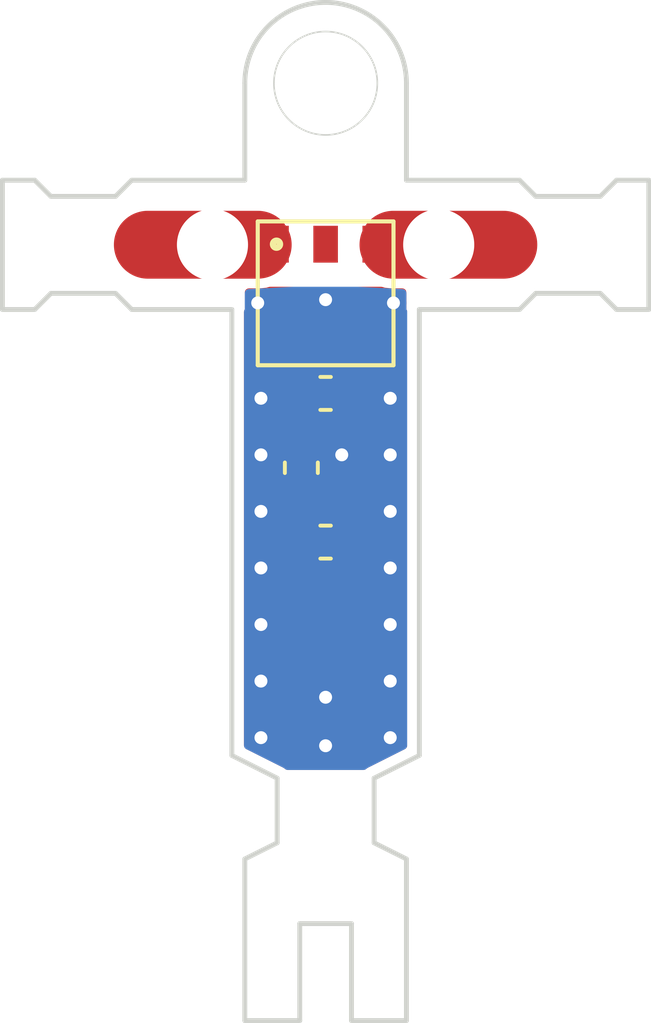
<source format=kicad_pcb>
(kicad_pcb (version 20171130) (host pcbnew "(5.1.2)-1")

  (general
    (thickness 1.6)
    (drawings 46)
    (tracks 34)
    (zones 0)
    (modules 6)
    (nets 4)
  )

  (page A4)
  (layers
    (0 Top signal)
    (31 Bottom signal)
    (32 B.Adhes user)
    (33 F.Adhes user)
    (34 B.Paste user)
    (35 F.Paste user)
    (36 B.SilkS user)
    (37 F.SilkS user)
    (38 B.Mask user)
    (39 F.Mask user)
    (40 Dwgs.User user)
    (41 Cmts.User user)
    (42 Eco1.User user)
    (43 Eco2.User user)
    (44 Edge.Cuts user)
    (45 Margin user)
    (46 B.CrtYd user)
    (47 F.CrtYd user)
    (48 B.Fab user)
    (49 F.Fab user hide)
  )

  (setup
    (last_trace_width 0.8)
    (user_trace_width 0.8)
    (user_trace_width 2.1)
    (trace_clearance 0.2)
    (zone_clearance 0.3)
    (zone_45_only no)
    (trace_min 0.05)
    (via_size 0.8)
    (via_drill 0.4)
    (via_min_size 0.4)
    (via_min_drill 0.3)
    (uvia_size 0.3)
    (uvia_drill 0.1)
    (uvias_allowed no)
    (uvia_min_size 0.2)
    (uvia_min_drill 0.1)
    (edge_width 0.05)
    (segment_width 0.2)
    (pcb_text_width 0.3)
    (pcb_text_size 1.5 1.5)
    (mod_edge_width 0.12)
    (mod_text_size 1 1)
    (mod_text_width 0.15)
    (pad_size 0.875 0.95)
    (pad_drill 0)
    (pad_to_mask_clearance 0.051)
    (solder_mask_min_width 0.25)
    (aux_axis_origin 0 0)
    (visible_elements FFFFFF7F)
    (pcbplotparams
      (layerselection 0x010fc_ffffffff)
      (usegerberextensions false)
      (usegerberattributes false)
      (usegerberadvancedattributes false)
      (creategerberjobfile false)
      (excludeedgelayer true)
      (linewidth 0.100000)
      (plotframeref false)
      (viasonmask false)
      (mode 1)
      (useauxorigin false)
      (hpglpennumber 1)
      (hpglpenspeed 20)
      (hpglpendiameter 15.000000)
      (psnegative false)
      (psa4output false)
      (plotreference true)
      (plotvalue true)
      (plotinvisibletext false)
      (padsonsilk false)
      (subtractmaskfromsilk false)
      (outputformat 1)
      (mirror false)
      (drillshape 1)
      (scaleselection 1)
      (outputdirectory ""))
  )

  (net 0 "")
  (net 1 FOL1)
  (net 2 S$3)
  (net 3 GND1)

  (net_class Default "This is the default net class."
    (clearance 0.2)
    (trace_width 0.25)
    (via_dia 0.8)
    (via_drill 0.4)
    (uvia_dia 0.3)
    (uvia_drill 0.1)
    (add_net FOL1)
    (add_net GND1)
    (add_net S$3)
  )

  (module Capacitor_SMD:C_0603_1608Metric (layer Top) (tedit 5E971A43) (tstamp 5E976F03)
    (at 158.5 121.2 180)
    (descr "Capacitor SMD 0603 (1608 Metric), square (rectangular) end terminal, IPC_7351 nominal, (Body size source: http://www.tortai-tech.com/upload/download/2011102023233369053.pdf), generated with kicad-footprint-generator")
    (tags capacitor)
    (attr smd)
    (fp_text reference REF** (at 0 -1.43) (layer F.SilkS) hide
      (effects (font (size 1 1) (thickness 0.15)))
    )
    (fp_text value C_0603_1608Metric (at 0 1.43) (layer F.Fab)
      (effects (font (size 1 1) (thickness 0.15)))
    )
    (fp_line (start -0.8 0.4) (end -0.8 -0.4) (layer F.Fab) (width 0.1))
    (fp_line (start -0.8 -0.4) (end 0.8 -0.4) (layer F.Fab) (width 0.1))
    (fp_line (start 0.8 -0.4) (end 0.8 0.4) (layer F.Fab) (width 0.1))
    (fp_line (start 0.8 0.4) (end -0.8 0.4) (layer F.Fab) (width 0.1))
    (fp_line (start -0.162779 -0.51) (end 0.162779 -0.51) (layer F.SilkS) (width 0.12))
    (fp_line (start -0.162779 0.51) (end 0.162779 0.51) (layer F.SilkS) (width 0.12))
    (fp_line (start -1.48 0.73) (end -1.48 -0.73) (layer F.CrtYd) (width 0.05))
    (fp_line (start -1.48 -0.73) (end 1.48 -0.73) (layer F.CrtYd) (width 0.05))
    (fp_line (start 1.48 -0.73) (end 1.48 0.73) (layer F.CrtYd) (width 0.05))
    (fp_line (start 1.48 0.73) (end -1.48 0.73) (layer F.CrtYd) (width 0.05))
    (fp_text user %R (at 0 0) (layer F.Fab)
      (effects (font (size 0.4 0.4) (thickness 0.06)))
    )
    (pad 1 smd roundrect (at -0.7875 0 180) (size 0.875 0.95) (layers Top F.Paste F.Mask) (roundrect_rratio 0.25)
      (net 3 GND1))
    (pad 2 smd roundrect (at 0.7875 0 180) (size 0.875 0.95) (layers Top F.Paste F.Mask) (roundrect_rratio 0.25)
      (net 2 S$3))
    (model ${KISYS3DMOD}/Capacitor_SMD.3dshapes/C_0603_1608Metric.wrl
      (at (xyz 0 0 0))
      (scale (xyz 1 1 1))
      (rotate (xyz 0 0 0))
    )
  )

  (module Capacitor_SMD:C_0603_1608Metric (layer Top) (tedit 5E971A36) (tstamp 5E976E9C)
    (at 158.5 116.6 180)
    (descr "Capacitor SMD 0603 (1608 Metric), square (rectangular) end terminal, IPC_7351 nominal, (Body size source: http://www.tortai-tech.com/upload/download/2011102023233369053.pdf), generated with kicad-footprint-generator")
    (tags capacitor)
    (attr smd)
    (fp_text reference REF** (at 0 -1.43) (layer F.SilkS) hide
      (effects (font (size 1 1) (thickness 0.15)))
    )
    (fp_text value C_0603_1608Metric (at 0 1.43) (layer F.Fab)
      (effects (font (size 1 1) (thickness 0.15)))
    )
    (fp_text user %R (at 0 0) (layer F.Fab)
      (effects (font (size 0.4 0.4) (thickness 0.06)))
    )
    (fp_line (start 1.48 0.73) (end -1.48 0.73) (layer F.CrtYd) (width 0.05))
    (fp_line (start 1.48 -0.73) (end 1.48 0.73) (layer F.CrtYd) (width 0.05))
    (fp_line (start -1.48 -0.73) (end 1.48 -0.73) (layer F.CrtYd) (width 0.05))
    (fp_line (start -1.48 0.73) (end -1.48 -0.73) (layer F.CrtYd) (width 0.05))
    (fp_line (start -0.162779 0.51) (end 0.162779 0.51) (layer F.SilkS) (width 0.12))
    (fp_line (start -0.162779 -0.51) (end 0.162779 -0.51) (layer F.SilkS) (width 0.12))
    (fp_line (start 0.8 0.4) (end -0.8 0.4) (layer F.Fab) (width 0.1))
    (fp_line (start 0.8 -0.4) (end 0.8 0.4) (layer F.Fab) (width 0.1))
    (fp_line (start -0.8 -0.4) (end 0.8 -0.4) (layer F.Fab) (width 0.1))
    (fp_line (start -0.8 0.4) (end -0.8 -0.4) (layer F.Fab) (width 0.1))
    (pad 2 smd roundrect (at 0.7875 0 180) (size 0.875 0.95) (layers Top F.Paste F.Mask) (roundrect_rratio 0.25)
      (net 2 S$3))
    (pad 1 smd roundrect (at -0.7875 0 180) (size 0.875 0.95) (layers Top F.Paste F.Mask) (roundrect_rratio 0.25)
      (net 3 GND1))
    (model ${KISYS3DMOD}/Capacitor_SMD.3dshapes/C_0603_1608Metric.wrl
      (at (xyz 0 0 0))
      (scale (xyz 1 1 1))
      (rotate (xyz 0 0 0))
    )
  )

  (module Capacitor_SMD:C_0603_1608Metric (layer Top) (tedit 5E9719FB) (tstamp 5E976E10)
    (at 157.75 118.9 90)
    (descr "Capacitor SMD 0603 (1608 Metric), square (rectangular) end terminal, IPC_7351 nominal, (Body size source: http://www.tortai-tech.com/upload/download/2011102023233369053.pdf), generated with kicad-footprint-generator")
    (tags capacitor)
    (attr smd)
    (fp_text reference REF** (at 0 -1.43 90) (layer F.SilkS) hide
      (effects (font (size 1 1) (thickness 0.15)))
    )
    (fp_text value C_0603_1608Metric (at 0 1.43 90) (layer F.Fab)
      (effects (font (size 1 1) (thickness 0.15)))
    )
    (fp_text user %R (at 0 0 90) (layer F.Fab)
      (effects (font (size 0.4 0.4) (thickness 0.06)))
    )
    (fp_line (start 1.48 0.73) (end -1.48 0.73) (layer F.CrtYd) (width 0.05))
    (fp_line (start 1.48 -0.73) (end 1.48 0.73) (layer F.CrtYd) (width 0.05))
    (fp_line (start -1.48 -0.73) (end 1.48 -0.73) (layer F.CrtYd) (width 0.05))
    (fp_line (start -1.48 0.73) (end -1.48 -0.73) (layer F.CrtYd) (width 0.05))
    (fp_line (start -0.162779 0.51) (end 0.162779 0.51) (layer F.SilkS) (width 0.12))
    (fp_line (start -0.162779 -0.51) (end 0.162779 -0.51) (layer F.SilkS) (width 0.12))
    (fp_line (start 0.8 0.4) (end -0.8 0.4) (layer F.Fab) (width 0.1))
    (fp_line (start 0.8 -0.4) (end 0.8 0.4) (layer F.Fab) (width 0.1))
    (fp_line (start -0.8 -0.4) (end 0.8 -0.4) (layer F.Fab) (width 0.1))
    (fp_line (start -0.8 0.4) (end -0.8 -0.4) (layer F.Fab) (width 0.1))
    (pad 2 smd roundrect (at 0.7875 0 90) (size 0.875 0.95) (layers Top F.Paste F.Mask) (roundrect_rratio 0.25)
      (net 2 S$3))
    (pad 1 smd roundrect (at -0.7875 0 90) (size 0.875 0.95) (layers Top F.Paste F.Mask) (roundrect_rratio 0.25)
      (net 2 S$3))
    (model ${KISYS3DMOD}/Capacitor_SMD.3dshapes/C_0603_1608Metric.wrl
      (at (xyz 0 0 0))
      (scale (xyz 1 1 1))
      (rotate (xyz 0 0 0))
    )
  )

  (module MountingHole:MountingHole_2.2mm_M2 (layer Top) (tedit 56D1B4CB) (tstamp 5E976607)
    (at 155 112)
    (descr "Mounting Hole 2.2mm, no annular, M2")
    (tags "mounting hole 2.2mm no annular m2")
    (attr virtual)
    (fp_text reference REF** (at 0 -3.2) (layer F.SilkS) hide
      (effects (font (size 1 1) (thickness 0.15)))
    )
    (fp_text value MountingHole_2.2mm_M2 (at 0 3.2) (layer F.Fab)
      (effects (font (size 1 1) (thickness 0.15)))
    )
    (fp_text user %R (at 0.3 0) (layer F.Fab)
      (effects (font (size 1 1) (thickness 0.15)))
    )
    (fp_circle (center 0 0) (end 2.2 0) (layer Cmts.User) (width 0.15))
    (fp_circle (center 0 0) (end 2.45 0) (layer F.CrtYd) (width 0.05))
    (pad 1 np_thru_hole circle (at 0 0) (size 2.2 2.2) (drill 2.2) (layers *.Cu *.Mask)
      (net 1 FOL1))
  )

  (module MountingHole:MountingHole_2.2mm_M2 (layer Top) (tedit 56D1B4CB) (tstamp 5E9765C2)
    (at 162 112)
    (descr "Mounting Hole 2.2mm, no annular, M2")
    (tags "mounting hole 2.2mm no annular m2")
    (attr virtual)
    (fp_text reference REF** (at 0 -3.2) (layer F.SilkS) hide
      (effects (font (size 1 1) (thickness 0.15)))
    )
    (fp_text value MountingHole_2.2mm_M2 (at 0 3.2) (layer F.Fab)
      (effects (font (size 1 1) (thickness 0.15)))
    )
    (fp_circle (center 0 0) (end 2.45 0) (layer F.CrtYd) (width 0.05))
    (fp_circle (center 0 0) (end 2.2 0) (layer Cmts.User) (width 0.15))
    (fp_text user %R (at 0.3 0) (layer F.Fab)
      (effects (font (size 1 1) (thickness 0.15)))
    )
    (pad 1 np_thru_hole circle (at 0 0) (size 2.2 2.2) (drill 2.2) (layers *.Cu *.Mask)
      (net 1 FOL1))
  )

  (module pcb_dipole:COILCRAFTWBC_SERIES (layer Top) (tedit 0) (tstamp 5E970873)
    (at 158.5011 113.5036)
    (descr "<B>Coilcraft Footprint für die WBC SMT Trafo Serie")
    (fp_text reference E$4 (at 0 0) (layer F.SilkS) hide
      (effects (font (size 1.27 1.27) (thickness 0.15)))
    )
    (fp_text value "" (at 0 0) (layer F.SilkS) hide
      (effects (font (size 1.27 1.27) (thickness 0.15)))
    )
    (fp_text user >Value (at -1.52 1.52) (layer F.Fab)
      (effects (font (size 0.38608 0.38608) (thickness 0.032512)) (justify left bottom))
    )
    (fp_text user >Name (at -1.5 -0.85) (layer F.SilkS) hide
      (effects (font (size 0.38608 0.38608) (thickness 0.032512)) (justify left bottom))
    )
    (fp_circle (center -1.52 -1.52) (end -1.4132 -1.52) (layer F.SilkS) (width 0.2))
    (fp_line (start -2.1 -2.225) (end -2.1 2.225) (layer F.SilkS) (width 0.127))
    (fp_line (start 2.1 -2.225) (end -2.1 -2.225) (layer F.SilkS) (width 0.127))
    (fp_line (start 2.1 2.225) (end 2.1 -2.225) (layer F.SilkS) (width 0.127))
    (fp_line (start -2.1 2.225) (end 2.1 2.225) (layer F.SilkS) (width 0.127))
    (pad P$6 smd rect (at -1.52 1.52) (size 0.76 1.14) (layers Top F.Paste F.Mask)
      (net 2 S$3) (solder_mask_margin 0.1016))
    (pad P$5 smd rect (at 0 1.52) (size 0.76 1.14) (layers Top F.Paste F.Mask)
      (solder_mask_margin 0.1016))
    (pad P$4 smd rect (at 1.52 1.52) (size 0.76 1.14) (layers Top F.Paste F.Mask)
      (net 3 GND1) (solder_mask_margin 0.1016))
    (pad P$3 smd rect (at 1.52 -1.52) (size 0.76 1.14) (layers Top F.Paste F.Mask)
      (net 1 FOL1) (solder_mask_margin 0.1016))
    (pad P$2 smd rect (at 0 -1.52) (size 0.76 1.14) (layers Top F.Paste F.Mask)
      (solder_mask_margin 0.1016))
    (pad P$1 smd rect (at -1.52 -1.52) (size 0.76 1.14) (layers Top F.Paste F.Mask)
      (net 1 FOL1) (solder_mask_margin 0.1016))
  )

  (gr_poly (pts (xy 156 122.75) (xy 161 122.75) (xy 161 127.5) (xy 159.75 128.25) (xy 157.25 128.25) (xy 156 127.5)) (layer F.Mask) (width 0.1))
  (gr_poly (pts (xy 159.5 111) (xy 165 111) (xy 165 113) (xy 159.5 113)) (layer F.Mask) (width 0.1) (tstamp 5E9766DE))
  (gr_poly (pts (xy 152 111) (xy 157.5 111) (xy 157.5 113) (xy 152 113)) (layer F.Mask) (width 0.1))
  (gr_line (start 161.4 114.0036) (end 164.5011 114.0036) (layer Edge.Cuts) (width 0.15) (tstamp F709FF0))
  (gr_line (start 167.5011 114.0036) (end 168.5011 114.0036) (layer Edge.Cuts) (width 0.15) (tstamp F70A090))
  (gr_line (start 148.5011 110.0036) (end 148.5011 114.0036) (layer Edge.Cuts) (width 0.15) (tstamp F70A130))
  (gr_line (start 148.5011 114.0036) (end 149.5011 114.0036) (layer Edge.Cuts) (width 0.15) (tstamp F70AB30))
  (gr_line (start 152.5011 114.0036) (end 155.6 114.0036) (layer Edge.Cuts) (width 0.15) (tstamp F70B3F0))
  (gr_line (start 168.5011 110.0036) (end 168.5011 114.0036) (layer Edge.Cuts) (width 0.15) (tstamp F70BB70))
  (gr_circle (center 158.5011 107.0036) (end 160.1011 107.0036) (layer Edge.Cuts) (width 0.05) (tstamp F70AE50))
  (gr_line (start 161.0011 107.0036) (end 161.0011 110.0036) (layer Edge.Cuts) (width 0.15) (tstamp F70AA90))
  (gr_line (start 156.0011 107.0036) (end 156.0011 110.0036) (layer Edge.Cuts) (width 0.15) (tstamp F70ADB0))
  (gr_arc (start 158.5011 107.0036) (end 156.0011 107.0036) (angle 180) (layer Edge.Cuts) (width 0.15) (tstamp F70B490))
  (gr_line (start 148.5011 110.0036) (end 149.5011 110.0036) (layer Edge.Cuts) (width 0.15) (tstamp F70BDF0))
  (gr_line (start 167.5011 110.0036) (end 168.5011 110.0036) (layer Edge.Cuts) (width 0.15) (tstamp F70B7B0))
  (gr_line (start 149.5011 110.0036) (end 150.0011 110.5036) (layer Edge.Cuts) (width 0.15) (tstamp F70B670))
  (gr_line (start 150.0011 110.5036) (end 152.0011 110.5036) (layer Edge.Cuts) (width 0.15) (tstamp F70ABD0))
  (gr_line (start 152.0011 110.5036) (end 152.5011 110.0036) (layer Edge.Cuts) (width 0.15) (tstamp F70AC70))
  (gr_line (start 149.5011 114.0036) (end 150.0011 113.5036) (layer Edge.Cuts) (width 0.15) (tstamp F70B210))
  (gr_line (start 150.0011 113.5036) (end 152.0011 113.5036) (layer Edge.Cuts) (width 0.15) (tstamp F70B2B0))
  (gr_line (start 152.0011 113.5036) (end 152.5011 114.0036) (layer Edge.Cuts) (width 0.15) (tstamp F70BC10))
  (gr_line (start 167.5011 110.0036) (end 167.0011 110.5036) (layer Edge.Cuts) (width 0.15) (tstamp F70AD10))
  (gr_line (start 167.0011 110.5036) (end 165.0011 110.5036) (layer Edge.Cuts) (width 0.15) (tstamp F70BCB0))
  (gr_line (start 165.0011 110.5036) (end 164.5011 110.0036) (layer Edge.Cuts) (width 0.15) (tstamp F70A8B0))
  (gr_line (start 167.5011 114.0036) (end 167.0011 113.5036) (layer Edge.Cuts) (width 0.15) (tstamp F70AEF0))
  (gr_line (start 167.0011 113.5036) (end 165.0011 113.5036) (layer Edge.Cuts) (width 0.15) (tstamp F70B990))
  (gr_line (start 165.0011 113.5036) (end 164.5011 114.0036) (layer Edge.Cuts) (width 0.15) (tstamp F70BAD0))
  (gr_line (start 152.5011 110.0036) (end 156.0011 110.0036) (layer Edge.Cuts) (width 0.15) (tstamp F70BF30))
  (gr_line (start 161.0011 110.0036) (end 164.5011 110.0036) (layer Edge.Cuts) (width 0.15) (tstamp F70BD50))
  (gr_line (start 155.6 114.0036) (end 155.6 127.8) (layer Edge.Cuts) (width 0.15) (tstamp F70BA30))
  (gr_line (start 161.4 127.8) (end 161.4 114) (layer Edge.Cuts) (width 0.15) (tstamp F70B850))
  (gr_line (start 155.6 127.8) (end 157.0011 128.5036) (layer Edge.Cuts) (width 0.15) (tstamp F70BE90))
  (gr_line (start 157.0011 128.5036) (end 157.0011 130.5036) (layer Edge.Cuts) (width 0.15) (tstamp F70A950))
  (gr_line (start 157.0011 130.5036) (end 156.0011 131.0036) (layer Edge.Cuts) (width 0.15) (tstamp F70B350))
  (gr_line (start 161.0011 131.0036) (end 160.0011 130.5036) (layer Edge.Cuts) (width 0.15) (tstamp F70A9F0))
  (gr_line (start 160.0011 130.5036) (end 160.0011 128.5036) (layer Edge.Cuts) (width 0.15) (tstamp F70B530))
  (gr_line (start 160.0011 128.5036) (end 161.4 127.8) (layer Edge.Cuts) (width 0.15) (tstamp F70B0D0))
  (gr_line (start 156.0011 131.0036) (end 156.0011 136.0036) (layer Edge.Cuts) (width 0.15) (tstamp F70AF90))
  (gr_line (start 156.0011 136.0036) (end 157.7011 136.0036) (layer Edge.Cuts) (width 0.15) (tstamp F70B5D0))
  (gr_line (start 159.3011 136.0036) (end 161.0011 136.0036) (layer Edge.Cuts) (width 0.15) (tstamp F70B710))
  (gr_line (start 161.0011 136.0036) (end 161.0011 131.0036) (layer Edge.Cuts) (width 0.15) (tstamp F70B030))
  (gr_line (start 160.5011 114.0036) (end 156.5011 114.0036) (layer Dwgs.User) (width 0.15) (tstamp F70B170))
  (gr_line (start 160.5011 122.0036) (end 156.5011 122.0036) (layer Dwgs.User) (width 0.15) (tstamp F70B8F0))
  (gr_line (start 159.3011 136.0036) (end 159.3011 133.0036) (layer Edge.Cuts) (width 0.15) (tstamp 1087B120))
  (gr_line (start 159.3011 133.0036) (end 157.7011 133.0036) (layer Edge.Cuts) (width 0.15) (tstamp 1087C7A0))
  (gr_line (start 157.7011 133.0036) (end 157.7011 136.0036) (layer Edge.Cuts) (width 0.15) (tstamp 1087B4E0))

  (segment (start 162 112) (end 164 112) (width 2.1) (layer Top) (net 1))
  (segment (start 155 112) (end 153 112) (width 2.1) (layer Top) (net 1))
  (segment (start 162 112) (end 160.6 112) (width 2.1) (layer Top) (net 1))
  (segment (start 155 112) (end 156.4 112) (width 2.1) (layer Top) (net 1))
  (segment (start 158.6011 123.4036) (end 158.6011 124.4036) (width 1.4224) (layer Top) (net 2) (tstamp 5E976E43))
  (segment (start 156.9811 115.8686) (end 157.7125 116.6) (width 0.8) (layer Top) (net 2))
  (segment (start 156.9811 115.0236) (end 156.9811 115.8686) (width 0.8) (layer Top) (net 2))
  (segment (start 157.7125 118.075) (end 157.75 118.1125) (width 0.8) (layer Top) (net 2))
  (segment (start 157.7125 116.6) (end 157.7125 118.075) (width 0.8) (layer Top) (net 2))
  (segment (start 157.75 121.1625) (end 157.7125 121.2) (width 0.8) (layer Top) (net 2))
  (segment (start 157.75 119.6875) (end 157.75 121.1625) (width 0.8) (layer Top) (net 2))
  (segment (start 158.6011 123.13235) (end 158.6011 123.4036) (width 0.8) (layer Top) (net 2))
  (segment (start 157.7125 121.2) (end 157.7125 122.24375) (width 0.8) (layer Top) (net 2))
  (segment (start 157.7125 122.24375) (end 158.6011 123.13235) (width 0.8) (layer Top) (net 2))
  (via (at 160.6 113.8) (size 0.8) (drill 0.4) (layers Top Bottom) (net 3))
  (via (at 158.5 113.7) (size 0.8) (drill 0.4) (layers Top Bottom) (net 3) (tstamp 5E976CCA))
  (via (at 156.4 113.8) (size 0.8) (drill 0.4) (layers Top Bottom) (net 3) (tstamp 5E976B7B))
  (via (at 156.5 127.25) (size 0.8) (drill 0.4) (layers Top Bottom) (net 3))
  (via (at 160.5 127.25) (size 0.8) (drill 0.4) (layers Top Bottom) (net 3))
  (via (at 158.5 127.5) (size 0.8) (drill 0.4) (layers Top Bottom) (net 3))
  (via (at 160.5 125.5) (size 0.8) (drill 0.4) (layers Top Bottom) (net 3))
  (via (at 160.5 123.75) (size 0.8) (drill 0.4) (layers Top Bottom) (net 3))
  (via (at 160.5 122) (size 0.8) (drill 0.4) (layers Top Bottom) (net 3))
  (via (at 160.5 120.25) (size 0.8) (drill 0.4) (layers Top Bottom) (net 3))
  (via (at 160.5 118.5) (size 0.8) (drill 0.4) (layers Top Bottom) (net 3))
  (via (at 160.5 116.75) (size 0.8) (drill 0.4) (layers Top Bottom) (net 3))
  (via (at 156.5 125.5) (size 0.8) (drill 0.4) (layers Top Bottom) (net 3))
  (via (at 156.5 123.75) (size 0.8) (drill 0.4) (layers Top Bottom) (net 3))
  (via (at 158.5 126) (size 0.8) (drill 0.4) (layers Top Bottom) (net 3))
  (via (at 159 118.5) (size 0.8) (drill 0.4) (layers Top Bottom) (net 3))
  (via (at 156.5 122) (size 0.8) (drill 0.4) (layers Top Bottom) (net 3))
  (via (at 156.5 120.25) (size 0.8) (drill 0.4) (layers Top Bottom) (net 3))
  (via (at 156.5 118.5) (size 0.8) (drill 0.4) (layers Top Bottom) (net 3))
  (via (at 156.5 116.75) (size 0.8) (drill 0.4) (layers Top Bottom) (net 3))

  (zone (net 1) (net_name FOL1) (layer Top) (tstamp 11ACF050) (hatch edge 0.508)
    (priority 6)
    (connect_pads yes (clearance 0.000001))
    (min_thickness 0.05)
    (fill yes (arc_segments 32) (thermal_gap 0.508) (thermal_bridge_width 0.508))
    (polygon
      (pts
        (xy 153.5011 112.0036) (xy 153.526172 111.781079) (xy 153.600131 111.569716) (xy 153.719269 111.38011) (xy 153.87761 111.221769)
        (xy 154.067216 111.102631) (xy 154.5011 111.0036) (xy 156.406087 111.0036) (xy 156.627498 111.028547) (xy 156.837807 111.102137)
        (xy 157.026467 111.22068) (xy 157.184019 111.378232) (xy 157.302562 111.566892) (xy 157.4011 111.998612) (xy 157.375903 112.222243)
        (xy 157.301575 112.43466) (xy 157.181843 112.625212) (xy 157.022712 112.784343) (xy 156.83216 112.904075) (xy 156.396112 113.0036)
        (xy 154.5011 113.0036) (xy 154.278579 112.978528) (xy 154.067216 112.904569) (xy 153.87761 112.785431) (xy 153.719269 112.62709)
        (xy 153.600131 112.437484)
      )
    )
    (filled_polygon
      (pts
        (xy 156.621901 111.053075) (xy 156.826891 111.124804) (xy 157.010779 111.240348) (xy 157.164351 111.39392) (xy 157.279134 111.576597)
        (xy 157.375782 112.000033) (xy 157.351375 112.216646) (xy 157.278908 112.423744) (xy 157.162175 112.609524) (xy 157.007024 112.764675)
        (xy 156.822455 112.880647) (xy 156.393296 112.9786) (xy 154.502506 112.9786) (xy 154.284176 112.954) (xy 154.078132 112.881902)
        (xy 153.893298 112.765763) (xy 153.738937 112.611402) (xy 153.623559 112.427779) (xy 153.526418 112.002179) (xy 153.5507 111.786676)
        (xy 153.622798 111.580632) (xy 153.738937 111.395798) (xy 153.893298 111.241437) (xy 154.076921 111.126059) (xy 154.503916 111.0286)
        (xy 156.404681 111.0286)
      )
    )
  )
  (zone (net 1) (net_name FOL1) (layer Top) (tstamp 11ACD7F0) (hatch edge 0.508)
    (priority 6)
    (connect_pads yes (clearance 0.000001))
    (min_thickness 0.05)
    (fill yes (arc_segments 32) (thermal_gap 0.508) (thermal_bridge_width 0.508))
    (polygon
      (pts
        (xy 160.596112 113.0036) (xy 162.5011 113.0036) (xy 162.723621 112.978528) (xy 162.934984 112.904569) (xy 163.12459 112.785431)
        (xy 163.282931 112.62709) (xy 163.402069 112.437484) (xy 163.5011 112.0036) (xy 163.476028 111.781079) (xy 163.402069 111.569716)
        (xy 163.282931 111.38011) (xy 163.12459 111.221769) (xy 162.934984 111.102631) (xy 162.5011 111.0036) (xy 160.606087 111.0036)
        (xy 160.606085 111.0036) (xy 160.382455 111.028797) (xy 160.170038 111.103125) (xy 159.979487 111.222857) (xy 159.820356 111.381988)
        (xy 159.700624 111.57254) (xy 159.6011 112.008587) (xy 159.626047 112.229998) (xy 159.699637 112.440307) (xy 159.81818 112.628967)
        (xy 159.975732 112.786519) (xy 160.164392 112.905062)
      )
    )
    (filled_polygon
      (pts
        (xy 162.925279 111.126059) (xy 163.108902 111.241437) (xy 163.263263 111.395798) (xy 163.379402 111.580632) (xy 163.4515 111.786676)
        (xy 163.475782 112.002179) (xy 163.378641 112.427779) (xy 163.263263 112.611402) (xy 163.108902 112.765763) (xy 162.924068 112.881902)
        (xy 162.718024 112.954) (xy 162.499694 112.9786) (xy 160.598928 112.9786) (xy 160.174097 112.881634) (xy 159.99142 112.766851)
        (xy 159.837848 112.613279) (xy 159.722304 112.429391) (xy 159.650575 112.224401) (xy 159.626418 112.010008) (xy 159.724052 111.582245)
        (xy 159.840024 111.397676) (xy 159.995175 111.242525) (xy 160.180954 111.125792) (xy 160.388052 111.053325) (xy 160.607491 111.0286)
        (xy 162.498284 111.0286)
      )
    )
  )
  (zone (net 3) (net_name GND1) (layer Top) (tstamp 11AC8390) (hatch edge 0.508)
    (priority 6)
    (connect_pads (clearance 0.3))
    (min_thickness 0.25)
    (fill yes (arc_segments 32) (thermal_gap 0.3) (thermal_bridge_width 0.3))
    (polygon
      (pts
        (xy 155.6 128.25) (xy 161.4 128.25) (xy 161.4 116.8) (xy 161.4 113.3) (xy 155.6 113.3)
        (xy 155.6 117.943448)
      )
    )
    (filled_polygon
      (pts
        (xy 160.31085 113.453657) (xy 160.527548 113.475) (xy 160.875 113.475) (xy 160.875 114) (xy 160.877402 114.024386)
        (xy 160.884515 114.047835) (xy 160.896066 114.069446) (xy 160.900001 114.074241) (xy 160.9 127.491802) (xy 159.814832 128.037606)
        (xy 159.808834 128.039425) (xy 159.770883 128.059711) (xy 159.754493 128.067954) (xy 159.749233 128.071283) (xy 159.721972 128.085854)
        (xy 159.707709 128.097559) (xy 159.69212 128.107424) (xy 159.673648 128.125) (xy 157.328532 128.125) (xy 157.30983 128.107228)
        (xy 157.294367 128.097457) (xy 157.280229 128.085854) (xy 157.252829 128.071209) (xy 157.247432 128.067798) (xy 157.231172 128.059632)
        (xy 157.193366 128.039425) (xy 157.187219 128.03756) (xy 156.1 127.491585) (xy 156.1 115.8686) (xy 156.15211 115.8686)
        (xy 156.1561 115.909113) (xy 156.1561 115.909121) (xy 156.159997 115.948684) (xy 156.168038 116.030328) (xy 156.201137 116.139438)
        (xy 156.215213 116.185841) (xy 156.29182 116.329163) (xy 156.394916 116.454785) (xy 156.426391 116.480616) (xy 156.852961 116.907186)
        (xy 156.860353 116.982241) (xy 156.8875 117.071733) (xy 156.887501 117.678265) (xy 156.860353 117.767759) (xy 156.847944 117.89375)
        (xy 156.847944 118.33125) (xy 156.860353 118.457241) (xy 156.897103 118.578389) (xy 156.956782 118.690041) (xy 157.037096 118.787904)
        (xy 157.134959 118.868218) (xy 157.194419 118.9) (xy 157.134959 118.931782) (xy 157.037096 119.012096) (xy 156.956782 119.109959)
        (xy 156.897103 119.221611) (xy 156.860353 119.342759) (xy 156.847944 119.46875) (xy 156.847944 119.90625) (xy 156.860353 120.032241)
        (xy 156.897103 120.153389) (xy 156.925 120.205581) (xy 156.925001 120.644418) (xy 156.897103 120.696611) (xy 156.860353 120.817759)
        (xy 156.847944 120.94375) (xy 156.847944 121.45625) (xy 156.860353 121.582241) (xy 156.8875 121.671734) (xy 156.887501 122.203227)
        (xy 156.88351 122.24375) (xy 156.899438 122.405478) (xy 156.942116 122.546165) (xy 156.946613 122.560991) (xy 157.02322 122.704313)
        (xy 157.126316 122.829935) (xy 157.157791 122.855766) (xy 157.481701 123.179677) (xy 157.48134 123.180867) (xy 157.4649 123.347788)
        (xy 157.4649 124.459413) (xy 157.48134 124.626334) (xy 157.54631 124.840509) (xy 157.651815 125.037893) (xy 157.793799 125.210902)
        (xy 157.966808 125.352886) (xy 158.164192 125.45839) (xy 158.378367 125.52336) (xy 158.6011 125.545297) (xy 158.823834 125.52336)
        (xy 159.038009 125.45839) (xy 159.235393 125.352886) (xy 159.408402 125.210902) (xy 159.550386 125.037893) (xy 159.65589 124.840509)
        (xy 159.72086 124.626334) (xy 159.7373 124.459413) (xy 159.7373 123.347787) (xy 159.72086 123.180866) (xy 159.65589 122.966691)
        (xy 159.550386 122.769307) (xy 159.408402 122.596298) (xy 159.235393 122.454314) (xy 159.038008 122.34881) (xy 158.960893 122.325417)
        (xy 158.713057 122.077582) (xy 158.766686 122.09385) (xy 158.85 122.102056) (xy 159.15625 122.1) (xy 159.2625 121.99375)
        (xy 159.2625 121.225) (xy 159.3125 121.225) (xy 159.3125 121.99375) (xy 159.41875 122.1) (xy 159.725 122.102056)
        (xy 159.808314 122.09385) (xy 159.888427 122.069548) (xy 159.96226 122.030084) (xy 160.026974 121.976974) (xy 160.080084 121.91226)
        (xy 160.119548 121.838427) (xy 160.14385 121.758314) (xy 160.152056 121.675) (xy 160.15 121.33125) (xy 160.04375 121.225)
        (xy 159.3125 121.225) (xy 159.2625 121.225) (xy 159.2425 121.225) (xy 159.2425 121.175) (xy 159.2625 121.175)
        (xy 159.2625 120.40625) (xy 159.3125 120.40625) (xy 159.3125 121.175) (xy 160.04375 121.175) (xy 160.15 121.06875)
        (xy 160.152056 120.725) (xy 160.14385 120.641686) (xy 160.119548 120.561573) (xy 160.080084 120.48774) (xy 160.026974 120.423026)
        (xy 159.96226 120.369916) (xy 159.888427 120.330452) (xy 159.808314 120.30615) (xy 159.725 120.297944) (xy 159.41875 120.3)
        (xy 159.3125 120.40625) (xy 159.2625 120.40625) (xy 159.15625 120.3) (xy 158.85 120.297944) (xy 158.766686 120.30615)
        (xy 158.686573 120.330452) (xy 158.61274 120.369916) (xy 158.575 120.400889) (xy 158.575 120.205581) (xy 158.602897 120.153389)
        (xy 158.639647 120.032241) (xy 158.652056 119.90625) (xy 158.652056 119.46875) (xy 158.639647 119.342759) (xy 158.602897 119.221611)
        (xy 158.543218 119.109959) (xy 158.462904 119.012096) (xy 158.365041 118.931782) (xy 158.305581 118.9) (xy 158.365041 118.868218)
        (xy 158.462904 118.787904) (xy 158.543218 118.690041) (xy 158.602897 118.578389) (xy 158.639647 118.457241) (xy 158.652056 118.33125)
        (xy 158.652056 117.89375) (xy 158.639647 117.767759) (xy 158.602897 117.646611) (xy 158.543218 117.534959) (xy 158.5375 117.527992)
        (xy 158.5375 117.364148) (xy 158.548026 117.376974) (xy 158.61274 117.430084) (xy 158.686573 117.469548) (xy 158.766686 117.49385)
        (xy 158.85 117.502056) (xy 159.15625 117.5) (xy 159.2625 117.39375) (xy 159.2625 116.625) (xy 159.3125 116.625)
        (xy 159.3125 117.39375) (xy 159.41875 117.5) (xy 159.725 117.502056) (xy 159.808314 117.49385) (xy 159.888427 117.469548)
        (xy 159.96226 117.430084) (xy 160.026974 117.376974) (xy 160.080084 117.31226) (xy 160.119548 117.238427) (xy 160.14385 117.158314)
        (xy 160.152056 117.075) (xy 160.15 116.73125) (xy 160.04375 116.625) (xy 159.3125 116.625) (xy 159.2625 116.625)
        (xy 159.2425 116.625) (xy 159.2425 116.575) (xy 159.2625 116.575) (xy 159.2625 116.555) (xy 159.3125 116.555)
        (xy 159.3125 116.575) (xy 160.04375 116.575) (xy 160.15 116.46875) (xy 160.152056 116.125) (xy 160.14385 116.041686)
        (xy 160.130096 115.996346) (xy 160.15235 116.0186) (xy 160.4011 116.020656) (xy 160.484414 116.01245) (xy 160.564527 115.988148)
        (xy 160.63836 115.948684) (xy 160.703074 115.895574) (xy 160.756184 115.83086) (xy 160.795648 115.757027) (xy 160.81995 115.676914)
        (xy 160.828156 115.5936) (xy 160.8261 115.15485) (xy 160.71985 115.0486) (xy 160.0461 115.0486) (xy 160.0461 115.0686)
        (xy 159.9961 115.0686) (xy 159.9961 115.0486) (xy 159.9761 115.0486) (xy 159.9761 114.9986) (xy 159.9961 114.9986)
        (xy 159.9961 114.13485) (xy 160.0461 114.13485) (xy 160.0461 114.9986) (xy 160.71985 114.9986) (xy 160.8261 114.89235)
        (xy 160.828156 114.4536) (xy 160.81995 114.370286) (xy 160.795648 114.290173) (xy 160.756184 114.21634) (xy 160.703074 114.151626)
        (xy 160.63836 114.098516) (xy 160.564527 114.059052) (xy 160.484414 114.03475) (xy 160.4011 114.026544) (xy 160.15235 114.0286)
        (xy 160.0461 114.13485) (xy 159.9961 114.13485) (xy 159.88985 114.0286) (xy 159.6411 114.026544) (xy 159.557786 114.03475)
        (xy 159.477673 114.059052) (xy 159.40384 114.098516) (xy 159.339126 114.151626) (xy 159.286016 114.21634) (xy 159.2611 114.262955)
        (xy 159.236184 114.21634) (xy 159.183074 114.151626) (xy 159.11836 114.098516) (xy 159.044527 114.059052) (xy 158.964414 114.03475)
        (xy 158.8811 114.026544) (xy 158.1211 114.026544) (xy 158.037786 114.03475) (xy 157.957673 114.059052) (xy 157.88384 114.098516)
        (xy 157.819126 114.151626) (xy 157.766016 114.21634) (xy 157.7411 114.262955) (xy 157.716184 114.21634) (xy 157.663074 114.151626)
        (xy 157.59836 114.098516) (xy 157.524527 114.059052) (xy 157.444414 114.03475) (xy 157.3611 114.026544) (xy 156.6011 114.026544)
        (xy 156.517786 114.03475) (xy 156.437673 114.059052) (xy 156.36384 114.098516) (xy 156.299126 114.151626) (xy 156.246016 114.21634)
        (xy 156.206552 114.290173) (xy 156.18225 114.370286) (xy 156.174044 114.4536) (xy 156.174044 114.842074) (xy 156.168038 114.861873)
        (xy 156.1561 114.98308) (xy 156.1561 115.828087) (xy 156.15211 115.8686) (xy 156.1 115.8686) (xy 156.1 114.074239)
        (xy 156.103934 114.069446) (xy 156.115485 114.047835) (xy 156.122598 114.024386) (xy 156.125 114) (xy 156.125 113.475)
        (xy 156.472452 113.475) (xy 156.68915 113.453657) (xy 156.78362 113.425) (xy 160.21638 113.425)
      )
    )
  )
  (zone (net 3) (net_name GND1) (layer Bottom) (tstamp 0) (hatch edge 0.508)
    (priority 6)
    (connect_pads (clearance 0.3))
    (min_thickness 0.25)
    (fill yes (arc_segments 32) (thermal_gap 0.3) (thermal_bridge_width 0.3))
    (polygon
      (pts
        (xy 155.6 113.4) (xy 157.5 113.3) (xy 159.5 113.3) (xy 161.4 113.4) (xy 161.4 128.25)
        (xy 155.6 128.25)
      )
    )
    (filled_polygon
      (pts
        (xy 160.875 113.497541) (xy 160.875 114) (xy 160.877402 114.024386) (xy 160.884515 114.047835) (xy 160.896066 114.069446)
        (xy 160.900001 114.074241) (xy 160.9 127.491802) (xy 159.814832 128.037606) (xy 159.808834 128.039425) (xy 159.770883 128.059711)
        (xy 159.754493 128.067954) (xy 159.749233 128.071283) (xy 159.721972 128.085854) (xy 159.707709 128.097559) (xy 159.69212 128.107424)
        (xy 159.673648 128.125) (xy 157.328532 128.125) (xy 157.30983 128.107228) (xy 157.294367 128.097457) (xy 157.280229 128.085854)
        (xy 157.252829 128.071209) (xy 157.247432 128.067798) (xy 157.231172 128.059632) (xy 157.193366 128.039425) (xy 157.187219 128.03756)
        (xy 156.1 127.491585) (xy 156.1 114.074239) (xy 156.103934 114.069446) (xy 156.115485 114.047835) (xy 156.122598 114.024386)
        (xy 156.125 114) (xy 156.125 113.497541) (xy 157.503283 113.425) (xy 159.496717 113.425)
      )
    )
  )
  (zone (net 0) (net_name "") (layers F&B.Cu) (tstamp 0) (hatch edge 0.508)
    (connect_pads (clearance 0.3))
    (min_thickness 0.25)
    (keepout (tracks allowed) (vias allowed) (copperpour not_allowed))
    (fill (arc_segments 32) (thermal_gap 0.3) (thermal_bridge_width 0.3))
    (polygon
      (pts
        (xy 161.4 113.2) (xy 161 113.2) (xy 161 114) (xy 161.4 114)
      )
    )
  )
  (zone (net 0) (net_name "") (layers F&B.Cu) (tstamp 5E976C87) (hatch edge 0.508)
    (connect_pads (clearance 0.3))
    (min_thickness 0.25)
    (keepout (tracks allowed) (vias allowed) (copperpour not_allowed))
    (fill (arc_segments 32) (thermal_gap 0.3) (thermal_bridge_width 0.3))
    (polygon
      (pts
        (xy 156 113.2) (xy 155.6 113.2) (xy 155.6 114) (xy 156 114)
      )
    )
  )
)

</source>
